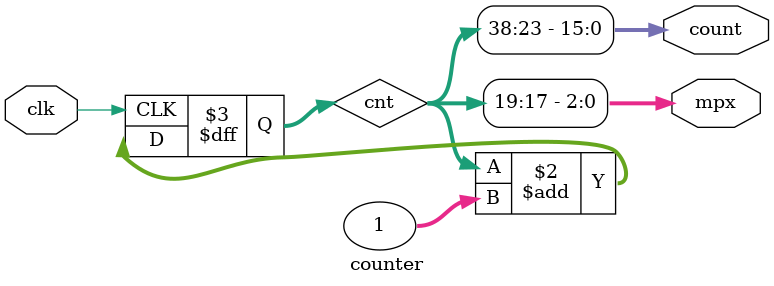
<source format=sv>
module counter (
    input logic clk,
    output logic [15:0] count,
    output logic [2:0] mpx
);
    
    logic [38:0] cnt; // 39 bit counter
    
    always_ff @(posedge clk) begin // on rising edge of clock
        cnt <= cnt + 1; // increment counter
    end
    
    assign count = cnt[38:23];
    assign mpx = cnt[19:17];
endmodule
</source>
